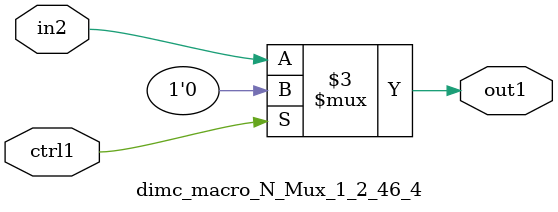
<source format=v>

`timescale 1ps / 1ps


module dimc_macro_N_Mux_1_2_46_4( in2, ctrl1, out1 );

    input in2;
    input ctrl1;
    output out1;
    reg out1;

    
    // rtl_process:dimc_macro_N_Mux_1_2_46_4/dimc_macro_N_Mux_1_2_46_4_thread_1
    always @*
      begin : dimc_macro_N_Mux_1_2_46_4_thread_1
        case (ctrl1) 
          1'b1: 
            begin
              out1 = 1'b0;
            end
          default: 
            begin
              out1 = in2;
            end
        endcase
      end

endmodule





</source>
